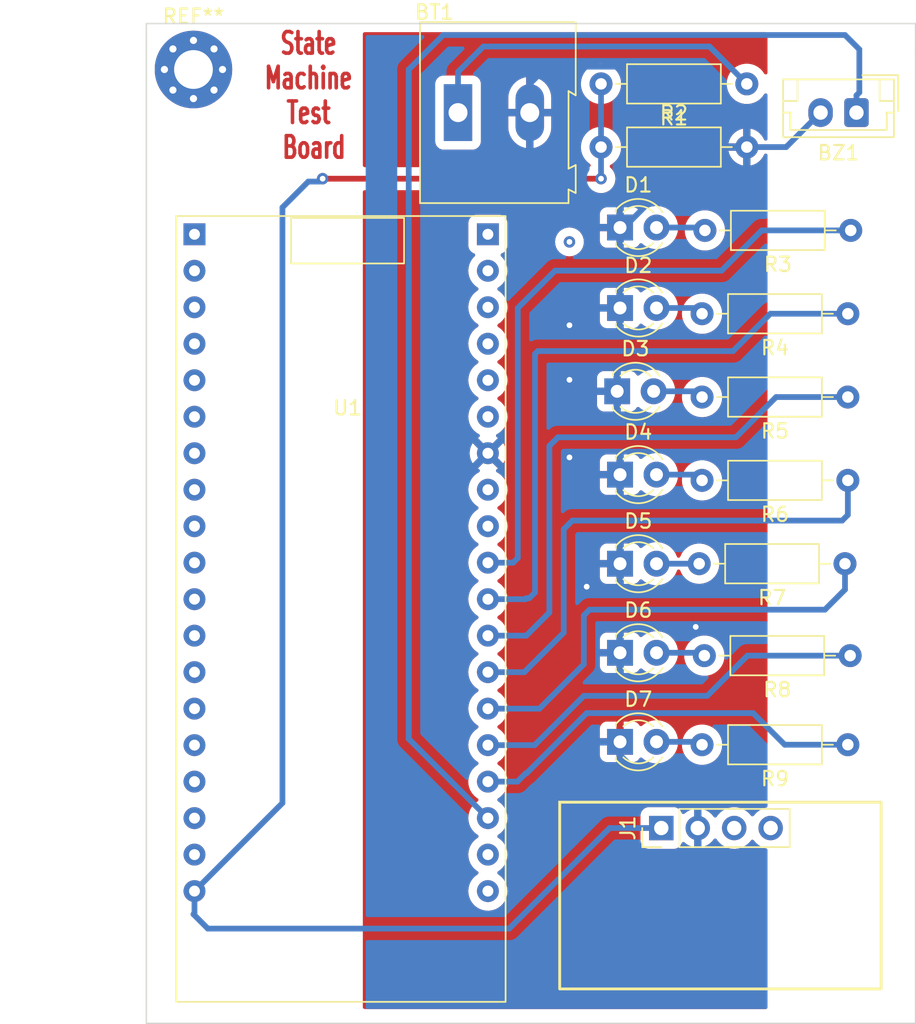
<source format=kicad_pcb>
(kicad_pcb (version 20211014) (generator pcbnew)
  (layers (0 "F.Cu" signal) (31 "B.Cu" signal) (34 "B.Paste" user) (35 "F.Paste" user) (36 "B.SilkS" user "B.Silkscreen") (37 "F.SilkS" user "F.Silkscreen") (38 "B.Mask" user) (39 "F.Mask" user) (44 "Edge.Cuts" user))
  (net 0 "")
  (net 1 "Net-(BT1-Pad1)")
  (net 2 "GND")
  (net 3 "BUZZER")
  (net 4 "Net-(D1-Pad2)")
  (net 5 "Net-(D2-Pad2)")
  (net 6 "Net-(D3-Pad2)")
  (net 7 "Net-(D4-Pad2)")
  (net 8 "Net-(D5-Pad2)")
  (net 9 "Net-(D6-Pad2)")
  (net 10 "Net-(D7-Pad2)")
  (net 11 "5V")
  (net 12 "POST-FLIGHT")
  (net 13 "CHUTE-DESCENT")
  (net 14 "BALLISTIC-DESCENT")
  (net 15 "APOGEE")
  (net 16 "COASTING")
  (net 17 "POWERED-FLIGHT")
  (net 18 "PRE-FLIGHT")
  (net 47 "SCL")
  (net 48 "SDA")
  (footprint "Resistor_THT:R_Axial_DIN0207_L6.3mm_D2.5mm_P10.16mm_Horizontal" (layer "F.Cu") (at 172.4 101.6 180)
    (fp_text reference "R7" (at 5.08 -2.37) (layer "F.SilkS"))
    (fp_text value "220 Ohm")
    (fp_line (start 9.12 0) (end 8.35 0) (layer "F.SilkS") (width 0.12))
    (fp_line (start 8.35 -1.37) (end 1.81 -1.37) (layer "F.SilkS") (width 0.12))
    (fp_line (start 8.35 1.37) (end 8.35 -1.37) (layer "F.SilkS") (width 0.12))
    (fp_line (start 1.04 0) (end 1.81 0) (layer "F.SilkS") (width 0.12))
    (fp_line (start 1.81 -1.37) (end 1.81 1.37) (layer "F.SilkS") (width 0.12))
    (fp_line (start 1.81 1.37) (end 8.35 1.37) (layer "F.SilkS") (width 0.12))
    (pad "1" thru_hole circle (at 0 0 180) (size 1.6 1.6) (drill 0.8) (layers *.Cu *.Mask) (net 16 "COASTING"))
    (pad "2" thru_hole oval (at 10.16 0 180) (size 1.6 1.6) (drill 0.8) (layers *.Cu *.Mask) (net 8 "Net-(D5-Pad2)"))
  )
  (footprint "LED_THT:LED_D3.0mm" (layer "F.Cu") (at 156.725 101.6)
    (fp_text reference "D5" (at 1.27 -2.96) (layer "F.SilkS"))
    (fp_text value "LED")
    (fp_line (start -0.29 -1.236) (end -0.29 -1.08) (layer "F.SilkS") (width 0.12))
    (fp_line (start -0.29 1.08) (end -0.29 1.236) (layer "F.SilkS") (width 0.12))
    (fp_arc (start 2.942335 1.078608) (mid 1.366487 1.987659) (end -0.29 1.235516) (layer "F.SilkS") (width 0.12))
    (fp_arc (start 0.229039 -1.08) (mid 1.270117 -1.5) (end 2.31113 -1.079837) (layer "F.SilkS") (width 0.12))
    (fp_arc (start -0.29 -1.235516) (mid 1.366487 -1.987659) (end 2.942335 -1.078608) (layer "F.SilkS") (width 0.12))
    (fp_arc (start 2.31113 1.079837) (mid 1.270117 1.5) (end 0.229039 1.08) (layer "F.SilkS") (width 0.12))
    (pad "1" thru_hole rect (at 0 0) (size 1.8 1.8) (drill 0.9) (layers *.Cu *.Mask) (net 2 "GND"))
    (pad "2" thru_hole circle (at 2.54 0) (size 1.8 1.8) (drill 0.9) (layers *.Cu *.Mask) (net 8 "Net-(D5-Pad2)"))
  )
  (footprint "Resistor_THT:R_Axial_DIN0207_L6.3mm_D2.5mm_P10.16mm_Horizontal" (layer "F.Cu") (at 172.6 90 180)
    (fp_text reference "R5" (at 5.08 -2.37) (layer "F.SilkS"))
    (fp_text value "220 Ohm")
    (fp_line (start 1.04 0) (end 1.81 0) (layer "F.SilkS") (width 0.12))
    (fp_line (start 8.35 -1.37) (end 1.81 -1.37) (layer "F.SilkS") (width 0.12))
    (fp_line (start 8.35 1.37) (end 8.35 -1.37) (layer "F.SilkS") (width 0.12))
    (fp_line (start 1.81 1.37) (end 8.35 1.37) (layer "F.SilkS") (width 0.12))
    (fp_line (start 9.12 0) (end 8.35 0) (layer "F.SilkS") (width 0.12))
    (fp_line (start 1.81 -1.37) (end 1.81 1.37) (layer "F.SilkS") (width 0.12))
    (pad "1" thru_hole circle (at 0 0 180) (size 1.6 1.6) (drill 0.8) (layers *.Cu *.Mask) (net 14 "BALLISTIC-DESCENT"))
    (pad "2" thru_hole oval (at 10.16 0 180) (size 1.6 1.6) (drill 0.8) (layers *.Cu *.Mask) (net 6 "Net-(D3-Pad2)"))
  )
  (footprint "Connector_PinHeader_2.54mm:PinHeader_1x04_P2.54mm_Vertical" (layer "F.Cu") (at 159.6 120 90)
    (fp_text reference "J1" (at 0 -2.33 90) (layer "F.SilkS"))
    (fp_text value "SSD1306")
    (fp_line (start -1.33 -1.33) (end 0 -1.33) (layer "F.SilkS") (width 0.12))
    (fp_line (start -1.33 1.27) (end 1.33 1.27) (layer "F.SilkS") (width 0.12))
    (fp_line (start -1.33 1.27) (end -1.33 8.95) (layer "F.SilkS") (width 0.12))
    (fp_line (start 1.33 1.27) (end 1.33 8.95) (layer "F.SilkS") (width 0.12))
    (fp_line (start -1.33 0) (end -1.33 -1.33) (layer "F.SilkS") (width 0.12))
    (fp_line (start -1.33 8.95) (end 1.33 8.95) (layer "F.SilkS") (width 0.12))
    (pad "1" thru_hole rect (at 0 0 90) (size 1.7 1.7) (drill 1) (layers *.Cu *.Mask) (net 11 "5V"))
    (pad "2" thru_hole oval (at 0 2.54 90) (size 1.7 1.7) (drill 1) (layers *.Cu *.Mask) (net 2 "GND"))
    (pad "3" thru_hole oval (at 0 5.08 90) (size 1.7 1.7) (drill 1) (layers *.Cu *.Mask) (net 47 "SCL"))
    (pad "4" thru_hole oval (at 0 7.62 90) (size 1.7 1.7) (drill 1) (layers *.Cu *.Mask) (net 48 "SDA"))
  )
  (footprint "LED_THT:LED_D3.0mm" (layer "F.Cu") (at 156.725 114)
    (fp_text reference "D7" (at 1.27 -2.96) (layer "F.SilkS"))
    (fp_text value "LED")
    (fp_line (start -0.29 1.08) (end -0.29 1.236) (layer "F.SilkS") (width 0.12))
    (fp_line (start -0.29 -1.236) (end -0.29 -1.08) (layer "F.SilkS") (width 0.12))
    (fp_arc (start 2.942335 1.078608) (mid 1.366487 1.987659) (end -0.29 1.235516) (layer "F.SilkS") (width 0.12))
    (fp_arc (start 2.31113 1.079837) (mid 1.270117 1.5) (end 0.229039 1.08) (layer "F.SilkS") (width 0.12))
    (fp_arc (start 0.229039 -1.08) (mid 1.270117 -1.5) (end 2.31113 -1.079837) (layer "F.SilkS") (width 0.12))
    (fp_arc (start -0.29 -1.235516) (mid 1.366487 -1.987659) (end 2.942335 -1.078608) (layer "F.SilkS") (width 0.12))
    (pad "1" thru_hole rect (at 0 0) (size 1.8 1.8) (drill 0.9) (layers *.Cu *.Mask) (net 2 "GND"))
    (pad "2" thru_hole circle (at 2.54 0) (size 1.8 1.8) (drill 0.9) (layers *.Cu *.Mask) (net 10 "Net-(D7-Pad2)"))
  )
  (footprint "LED_THT:LED_D3.0mm" (layer "F.Cu") (at 156.725 107.8)
    (fp_text reference "D6" (at 1.27 -2.96) (layer "F.SilkS"))
    (fp_text value "LED")
    (fp_line (start -0.29 1.08) (end -0.29 1.236) (layer "F.SilkS") (width 0.12))
    (fp_line (start -0.29 -1.236) (end -0.29 -1.08) (layer "F.SilkS") (width 0.12))
    (fp_arc (start 0.229039 -1.08) (mid 1.270117 -1.5) (end 2.31113 -1.079837) (layer "F.SilkS") (width 0.12))
    (fp_arc (start -0.29 -1.235516) (mid 1.366487 -1.987659) (end 2.942335 -1.078608) (layer "F.SilkS") (width 0.12))
    (fp_arc (start 2.942335 1.078608) (mid 1.366487 1.987659) (end -0.29 1.235516) (layer "F.SilkS") (width 0.12))
    (fp_arc (start 2.31113 1.079837) (mid 1.270117 1.5) (end 0.229039 1.08) (layer "F.SilkS") (width 0.12))
    (pad "1" thru_hole rect (at 0 0) (size 1.8 1.8) (drill 0.9) (layers *.Cu *.Mask) (net 2 "GND"))
    (pad "2" thru_hole circle (at 2.54 0) (size 1.8 1.8) (drill 0.9) (layers *.Cu *.Mask) (net 9 "Net-(D6-Pad2)"))
  )
  (footprint "LED_THT:LED_D3.0mm" (layer "F.Cu") (at 156.725 83.8)
    (fp_text reference "D2" (at 1.27 -2.96) (layer "F.SilkS"))
    (fp_text value "LED")
    (fp_line (start -0.29 -1.236) (end -0.29 -1.08) (layer "F.SilkS") (width 0.12))
    (fp_line (start -0.29 1.08) (end -0.29 1.236) (layer "F.SilkS") (width 0.12))
    (fp_arc (start -0.29 -1.235516) (mid 1.366487 -1.987659) (end 2.942335 -1.078608) (layer "F.SilkS") (width 0.12))
    (fp_arc (start 2.942335 1.078608) (mid 1.366487 1.987659) (end -0.29 1.235516) (layer "F.SilkS") (width 0.12))
    (fp_arc (start 2.31113 1.079837) (mid 1.270117 1.5) (end 0.229039 1.08) (layer "F.SilkS") (width 0.12))
    (fp_arc (start 0.229039 -1.08) (mid 1.270117 -1.5) (end 2.31113 -1.079837) (layer "F.SilkS") (width 0.12))
    (pad "1" thru_hole rect (at 0 0) (size 1.8 1.8) (drill 0.9) (layers *.Cu *.Mask) (net 2 "GND"))
    (pad "2" thru_hole circle (at 2.54 0) (size 1.8 1.8) (drill 0.9) (layers *.Cu *.Mask) (net 5 "Net-(D2-Pad2)"))
  )
  (footprint "Resistor_THT:R_Axial_DIN0207_L6.3mm_D2.5mm_P10.16mm_Horizontal" (layer "F.Cu") (at 172.6 84.2 180)
    (fp_text reference "R4" (at 5.08 -2.37) (layer "F.SilkS"))
    (fp_text value "220 Ohm")
    (fp_line (start 1.81 -1.37) (end 1.81 1.37) (layer "F.SilkS") (width 0.12))
    (fp_line (start 1.81 1.37) (end 8.35 1.37) (layer "F.SilkS") (width 0.12))
    (fp_line (start 1.04 0) (end 1.81 0) (layer "F.SilkS") (width 0.12))
    (fp_line (start 8.35 1.37) (end 8.35 -1.37) (layer "F.SilkS") (width 0.12))
    (fp_line (start 8.35 -1.37) (end 1.81 -1.37) (layer "F.SilkS") (width 0.12))
    (fp_line (start 9.12 0) (end 8.35 0) (layer "F.SilkS") (width 0.12))
    (pad "1" thru_hole circle (at 0 0 180) (size 1.6 1.6) (drill 0.8) (layers *.Cu *.Mask) (net 13 "CHUTE-DESCENT"))
    (pad "2" thru_hole oval (at 10.16 0 180) (size 1.6 1.6) (drill 0.8) (layers *.Cu *.Mask) (net 5 "Net-(D2-Pad2)"))
  )
  (footprint "LED_THT:LED_D3.0mm" (layer "F.Cu") (at 156.525 89.6)
    (fp_text reference "D3" (at 1.27 -2.96) (layer "F.SilkS"))
    (fp_text value "LED")
    (fp_line (start -0.29 -1.236) (end -0.29 -1.08) (layer "F.SilkS") (width 0.12))
    (fp_line (start -0.29 1.08) (end -0.29 1.236) (layer "F.SilkS") (width 0.12))
    (fp_arc (start 2.942335 1.078608) (mid 1.366487 1.987659) (end -0.29 1.235516) (layer "F.SilkS") (width 0.12))
    (fp_arc (start 2.31113 1.079837) (mid 1.270117 1.5) (end 0.229039 1.08) (layer "F.SilkS") (width 0.12))
    (fp_arc (start -0.29 -1.235516) (mid 1.366487 -1.987659) (end 2.942335 -1.078608) (layer "F.SilkS") (width 0.12))
    (fp_arc (start 0.229039 -1.08) (mid 1.270117 -1.5) (end 2.31113 -1.079837) (layer "F.SilkS") (width 0.12))
    (pad "1" thru_hole rect (at 0 0) (size 1.8 1.8) (drill 0.9) (layers *.Cu *.Mask) (net 2 "GND"))
    (pad "2" thru_hole circle (at 2.54 0) (size 1.8 1.8) (drill 0.9) (layers *.Cu *.Mask) (net 6 "Net-(D3-Pad2)"))
  )
  (footprint "Resistor_THT:R_Axial_DIN0207_L6.3mm_D2.5mm_P10.16mm_Horizontal" (layer "F.Cu") (at 172.76 108 180)
    (fp_text reference "R8" (at 5.08 -2.37) (layer "F.SilkS"))
    (fp_text value "220 Ohm")
    (fp_line (start 1.04 0) (end 1.81 0) (layer "F.SilkS") (width 0.12))
    (fp_line (start 1.81 -1.37) (end 1.81 1.37) (layer "F.SilkS") (width 0.12))
    (fp_line (start 8.35 1.37) (end 8.35 -1.37) (layer "F.SilkS") (width 0.12))
    (fp_line (start 1.81 1.37) (end 8.35 1.37) (layer "F.SilkS") (width 0.12))
    (fp_line (start 9.12 0) (end 8.35 0) (layer "F.SilkS") (width 0.12))
    (fp_line (start 8.35 -1.37) (end 1.81 -1.37) (layer "F.SilkS") (width 0.12))
    (pad "1" thru_hole circle (at 0 0 180) (size 1.6 1.6) (drill 0.8) (layers *.Cu *.Mask) (net 17 "POWERED-FLIGHT"))
    (pad "2" thru_hole oval (at 10.16 0 180) (size 1.6 1.6) (drill 0.8) (layers *.Cu *.Mask) (net 9 "Net-(D6-Pad2)"))
  )
  (footprint "Resistor_THT:R_Axial_DIN0207_L6.3mm_D2.5mm_P10.16mm_Horizontal" (layer "F.Cu") (at 155.4 72.6)
    (fp_text reference "R2" (at 5.08 -2.37) (layer "F.SilkS"))
    (fp_text value "2k")
    (fp_line (start 8.35 1.37) (end 8.35 -1.37) (layer "F.SilkS") (width 0.12))
    (fp_line (start 1.81 -1.37) (end 1.81 1.37) (layer "F.SilkS") (width 0.12))
    (fp_line (start 1.81 1.37) (end 8.35 1.37) (layer "F.SilkS") (width 0.12))
    (fp_line (start 1.04 0) (end 1.81 0) (layer "F.SilkS") (width 0.12))
    (fp_line (start 8.35 -1.37) (end 1.81 -1.37) (layer "F.SilkS") (width 0.12))
    (fp_line (start 9.12 0) (end 8.35 0) (layer "F.SilkS") (width 0.12))
    (pad "1" thru_hole circle (at 0 0) (size 1.6 1.6) (drill 0.8) (layers *.Cu *.Mask) (net 11 "5V"))
    (pad "2" thru_hole oval (at 10.16 0) (size 1.6 1.6) (drill 0.8) (layers *.Cu *.Mask) (net 2 "GND"))
  )
  (footprint "Connector_JST:JST_EH_B2B-EH-A_1x02_P2.50mm_Vertical" (layer "F.Cu") (at 173.2 70.2 180)
    (fp_text reference "BZ1" (at 1.25 -2.8) (layer "F.SilkS"))
    (fp_text value "Buzzer")
    (fp_line (start 4.61 0) (end 5.11 0) (layer "F.SilkS") (width 0.12))
    (fp_line (start -2.11 0) (end -2.11 -1.21) (layer "F.SilkS") (width 0.12))
    (fp_line (start -2.61 0) (end -2.11 0) (layer "F.SilkS") (width 0.12))
    (fp_line (start -2.91 2.61) (end -0.41 2.61) (layer "F.SilkS") (width 0.12))
    (fp_line (start 5.11 2.31) (end 5.11 -1.71) (layer "F.SilkS") (width 0.12))
    (fp_line (start -2.91 0.11) (end -2.91 2.61) (layer "F.SilkS") (width 0.12))
    (fp_line (start 5.11 -1.71) (end -2.61 -1.71) (layer "F.SilkS") (width 0.12))
    (fp_line (start 4.11 0.81) (end 4.11 2.31) (layer "F.SilkS") (width 0.12))
    (fp_line (start -2.11 -1.21) (end 4.61 -1.21) (layer "F.SilkS") (width 0.12))
    (fp_line (start -2.61 2.31) (end 5.11 2.31) (layer "F.SilkS") (width 0.12))
    (fp_line (start -2.61 -1.71) (end -2.61 2.31) (layer "F.SilkS") (width 0.12))
    (fp_line (start 4.61 -1.21) (end 4.61 0) (layer "F.SilkS") (width 0.12))
    (fp_line (start 5.11 0.81) (end 4.11 0.81) (layer "F.SilkS") (width 0.12))
    (fp_line (start -2.61 0.81) (end -1.61 0.81) (layer "F.SilkS") (width 0.12))
    (fp_line (start -1.61 0.81) (end -1.61 2.31) (layer "F.SilkS") (width 0.12))
    (pad "1" thru_hole roundrect (at 0 0 180) (size 1.7 2) (drill 1) (layers *.Cu *.Mask) (roundrect_rratio 0.147059) (net 3 "BUZZER"))
    (pad "2" thru_hole oval (at 2.5 0 180) (size 1.7 2) (drill 1) (layers *.Cu *.Mask) (net 2 "GND"))
  )
  (footprint "MountingHole:MountingHole_2.7mm_M2.5_Pad_Via" (layer "F.Cu") (at 127 67.2)
    (fp_text reference "REF**" (at 0 -3.7) (layer "F.SilkS"))
    (fp_text value "MountingHole_2.7mm_M2.5_Pad_Via")
    (pad "1" thru_hole circle (at 1.431891 1.431891) (size 0.8 0.8) (drill 0.5) (layers *.Cu *.Mask))
    (pad "1" thru_hole circle (at -1.431891 -1.431891) (size 0.8 0.8) (drill 0.5) (layers *.Cu *.Mask))
    (pad "1" thru_hole circle (at -2.025 0) (size 0.8 0.8) (drill 0.5) (layers *.Cu *.Mask))
    (pad "1" thru_hole circle (at 0 2.025) (size 0.8 0.8) (drill 0.5) (layers *.Cu *.Mask))
    (pad "1" thru_hole circle (at 0 0) (size 5.4 5.4) (drill 2.7) (layers *.Cu *.Mask))
    (pad "1" thru_hole circle (at 1.431891 -1.431891) (size 0.8 0.8) (drill 0.5) (layers *.Cu *.Mask))
    (pad "1" thru_hole circle (at 2.025 0) (size 0.8 0.8) (drill 0.5) (layers *.Cu *.Mask))
    (pad "1" thru_hole circle (at 0 -2.025) (size 0.8 0.8) (drill 0.5) (layers *.Cu *.Mask))
    (pad "1" thru_hole circle (at -1.431891 1.431891) (size 0.8 0.8) (drill 0.5) (layers *.Cu *.Mask))
  )
  (footprint "Resistor_THT:R_Axial_DIN0207_L6.3mm_D2.5mm_P10.16mm_Horizontal" (layer "F.Cu") (at 172.6 95.8 180)
    (fp_text reference "R6" (at 5.08 -2.37) (layer "F.SilkS"))
    (fp_text value "220 Ohm")
    (fp_line (start 1.81 -1.37) (end 1.81 1.37) (layer "F.SilkS") (width 0.12))
    (fp_line (start 8.35 1.37) (end 8.35 -1.37) (layer "F.SilkS") (width 0.12))
    (fp_line (start 8.35 -1.37) (end 1.81 -1.37) (layer "F.SilkS") (width 0.12))
    (fp_line (start 1.81 1.37) (end 8.35 1.37) (layer "F.SilkS") (width 0.12))
    (fp_line (start 9.12 0) (end 8.35 0) (layer "F.SilkS") (width 0.12))
    (fp_line (start 1.04 0) (end 1.81 0) (layer "F.SilkS") (width 0.12))
    (pad "1" thru_hole circle (at 0 0 180) (size 1.6 1.6) (drill 0.8) (layers *.Cu *.Mask) (net 15 "APOGEE"))
    (pad "2" thru_hole oval (at 10.16 0 180) (size 1.6 1.6) (drill 0.8) (layers *.Cu *.Mask) (net 7 "Net-(D4-Pad2)"))
  )
  (footprint "custom-footprints:NODEMCU" (layer "F.Cu") (at 125.8 77.4)
    (fp_text reference "U1" (at 11.938 13.359 unlocked) (layer "F.SilkS"))
    (fp_text value "NodeMCU")
    (fp_rect (start 8.001 0.127) (end 15.875 3.302) (layer "F.SilkS") (width 0.12) (fill none))
    (fp_rect (start 0 0) (end 22.95 54.7) (layer "F.SilkS") (width 0.12) (fill none))
    (pad "1" thru_hole circle (at 1.27 34.29) (size 1.524 1.524) (drill 0.762) (layers *.Cu *.Mask))
    (pad "2" thru_hole rect (at 1.27 1.27) (size 1.524 1.524) (drill oval 0.762) (layers *.Cu *.Mask))
    (pad "3" thru_hole circle (at 1.27 3.81) (size 1.524 1.524) (drill 0.762) (layers *.Cu *.Mask))
    (pad "4" thru_hole circle (at 1.27 6.35) (size 1.524 1.524) (drill 0.762) (layers *.Cu *.Mask))
    (pad "5" thru_hole circle (at 1.27 8.89) (size 1.524 1.524) (drill 0.762) (layers *.Cu *.Mask))
    (pad "5V" thru_hole circle (at 1.27 46.99) (size 1.524 1.524) (drill 0.762) (layers *.Cu *.Mask) (net 11 "5V"))
    (pad "6" thru_hole circle (at 1.27 11.43) (size 1.524 1.524) (drill 0.762) (layers *.Cu *.Mask))
    (pad "7" thru_hole circle (at 1.27 13.97) (size 1.524 1.524) (drill 0.762) (layers *.Cu *.Mask))
    (pad "8" thru_hole circle (at 1.27 16.51) (size 1.524 1.524) (drill 0.762) (layers *.Cu *.Mask))
    (pad "9" thru_hole circle (at 1.27 19.05) (size 1.524 1.524) (drill 0.762) (layers *.Cu *.Mask))
    (pad "10" thru_hole circle (at 1.27 21.59) (size 1.524 1.524) (drill 0.762) (layers *.Cu *.Mask))
    (pad "11" thru_hole circle (at 1.27 24.13) (size 1.524 1.524) (drill 0.762) (layers *.Cu *.Mask))
    (pad "12" thru_hole circle (at 1.27 26.67) (size 1.524 1.524) (drill 0.762) (layers *.Cu *.Mask))
    (pad "13" thru_hole circle (at 1.27 29.21) (size 1.524 1.524) (drill 0.762) (layers *.Cu *.Mask))
    (pad "14" thru_hole circle (at 1.27 31.75) (size 1.524 1.524) (drill 0.762) (layers *.Cu *.Mask))
    (pad "16" thru_hole circle (at 1.27 36.83) (size 1.524 1.524) (drill 0.762) (layers *.Cu *.Mask))
    (pad "17" thru_hole circle (at 1.27 39.37) (size 1.524 1.524) (drill 0.762) (layers *.Cu *.Mask))
    (pad "18" thru_hole circle (at 1.27 41.91) (size 1.524 1.524) (drill 0.762) (layers *.Cu *.Mask))
    (pad "19" thru_hole circle (at 1.27 44.45) (size 1.524 1.524) (drill 0.762) (layers *.Cu *.Mask))
    (pad "20" thru_hole circle (at 21.717 46.99) (size 1.524 1.524) (drill 0.762) (layers *.Cu *.Mask))
    (pad "21" thru_hole circle (at 21.717 44.45) (size 1.524 1.524) (drill 0.762) (layers *.Cu *.Mask))
    (pad "22" thru_hole circle (at 21.717 41.91) (size 1.524 1.524) (drill 0.762) (layers *.Cu *.Mask) (net 3 "BUZZER"))
    (pad "23" thru_hole circle (at 21.717 39.37) (size 1.524 1.524) (drill 0.762) (layers *.Cu *.Mask) (net 18 "PRE-FLIGHT"))
    (pad "24" thru_hole circle (at 21.717 36.83) (size 1.524 1.524) (drill 0.762) (layers *.Cu *.Mask) (net 17 "POWERED-FLIGHT"))
    (pad "25" thru_hole circle (at 21.717 34.29) (size 1.524 1.524) (drill 0.762) (layers *.Cu *.Mask) (net 16 "COASTING"))
    (pad "26" thru_hole circle (at 21.717 31.75) (size 1.524 1.524) (drill 0.762) (layers *.Cu *.Mask) (net 15 "APOGEE"))
    (pad "27" thru_hole circle (at 21.717 29.21) (size 1.524 1.524) (drill 0.762) (layers *.Cu *.Mask) (net 14 "BALLISTIC-DESCENT"))
    (pad "28" thru_hole circle (at 21.717 26.67) (size 1.524 1.524) (drill 0.762) (layers *.Cu *.Mask) (net 13 "CHUTE-DESCENT"))
    (pad "29" thru_hole circle (at 21.717 24.13) (size 1.524 1.524) (drill 0.762) (layers *.Cu *.Mask) (net 12 "POST-FLIGHT"))
    (pad "30" thru_hole circle (at 21.717 21.59) (size 1.524 1.524) (drill 0.762) (layers *.Cu *.Mask))
    (pad "31" thru_hole circle (at 21.717 19.05) (size 1.524 1.524) (drill 0.762) (layers *.Cu *.Mask))
    (pad "32" thru_hole circle (at 21.717 16.51) (size 1.524 1.524) (drill 0.762) (layers *.Cu *.Mask) (net 2 "GND"))
    (pad "33" thru_hole circle (at 21.717 13.97) (size 1.524 1.524) (drill 0.762) (layers *.Cu *.Mask))
    (pad "34" thru_hole circle (at 21.717 11.43) (size 1.524 1.524) (drill 0.762) (layers *.Cu *.Mask))
    (pad "35" thru_hole circle (at 21.717 8.89) (size 1.524 1.524) (drill 0.762) (layers *.Cu *.Mask))
    (pad "36" thru_hole circle (at 21.717 6.35) (size 1.524 1.524) (drill 0.762) (layers *.Cu *.Mask))
    (pad "37" thru_hole circle (at 21.717 3.81) (size 1.524 1.524) (drill 0.762) (layers *.Cu *.Mask))
    (pad "38" thru_hole rect (at 21.717 1.27) (size 1.524 1.524) (drill 0.762) (layers *.Cu *.Mask))
  )
  (footprint "TerminalBlock:TerminalBlock_Altech_AK300-2_P5.00mm" (layer "F.Cu") (at 145.435 70.2)
    (fp_text reference "BT1" (at -1.64 -6.99) (layer "F.SilkS"))
    (fp_text value "7.4 V")
    (fp_line (start 8.2 -1.2) (end 8.2 -6.3) (layer "F.SilkS") (width 0.12))
    (fp_line (start 8.2 -6.3) (end -2.65 -6.3) (layer "F.SilkS") (width 0.12))
    (fp_line (start 7.7 -1.5) (end 8.2 -1.2) (layer "F.SilkS") (width 0.12))
    (fp_line (start 8.2 5.6) (end 8.2 3.7) (layer "F.SilkS") (width 0.12))
    (fp_line (start 7.7 5.35) (end 8.2 5.6) (layer "F.SilkS") (width 0.12))
    (fp_line (start -2.65 -6.3) (end -2.65 6.3) (layer "F.SilkS") (width 0.12))
    (fp_line (start 8.2 3.65) (end 7.7 3.9) (layer "F.SilkS") (width 0.12))
    (fp_line (start 8.2 3.7) (end 8.2 3.65) (layer "F.SilkS") (width 0.12))
    (fp_line (start -2.65 6.3) (end 7.7 6.3) (layer "F.SilkS") (width 0.12))
    (fp_line (start 7.7 3.9) (end 7.7 -1.5) (layer "F.SilkS") (width 0.12))
    (fp_line (start 7.7 6.3) (end 7.7 5.35) (layer "F.SilkS") (width 0.12))
    (pad "1" thru_hole rect (at 0 0) (size 1.98 3.96) (drill 1.32) (layers *.Cu *.Mask) (net 1 "Net-(BT1-Pad1)"))
    (pad "2" thru_hole oval (at 5 0) (size 1.98 3.96) (drill 1.32) (layers *.Cu *.Mask) (net 2 "GND"))
  )
  (footprint "Resistor_THT:R_Axial_DIN0207_L6.3mm_D2.5mm_P10.16mm_Horizontal" (layer "F.Cu") (at 172.8 78.4 180)
    (fp_text reference "R3" (at 5.08 -2.37) (layer "F.SilkS"))
    (fp_text value "220 Ohm")
    (fp_line (start 9.12 0) (end 8.35 0) (layer "F.SilkS") (width 0.12))
    (fp_line (start 1.81 -1.37) (end 1.81 1.37) (layer "F.SilkS") (width 0.12))
    (fp_line (start 1.04 0) (end 1.81 0) (layer "F.SilkS") (width 0.12))
    (fp_line (start 1.81 1.37) (end 8.35 1.37) (layer "F.SilkS") (width 0.12))
    (fp_line (start 8.35 1.37) (end 8.35 -1.37) (layer "F.SilkS") (width 0.12))
    (fp_line (start 8.35 -1.37) (end 1.81 -1.37) (layer "F.SilkS") (width 0.12))
    (pad "1" thru_hole circle (at 0 0 180) (size 1.6 1.6) (drill 0.8) (layers *.Cu *.Mask) (net 12 "POST-FLIGHT"))
    (pad "2" thru_hole oval (at 10.16 0 180) (size 1.6 1.6) (drill 0.8) (layers *.Cu *.Mask) (net 4 "Net-(D1-Pad2)"))
  )
  (footprint "LED_THT:LED_D3.0mm" (layer "F.Cu") (at 156.725 78.2)
    (fp_text reference "D1" (at 1.27 -2.96) (layer "F.SilkS"))
    (fp_text value "LED")
    (fp_line (start -0.29 1.08) (end -0.29 1.236) (layer "F.SilkS") (width 0.12))
    (fp_line (start -0.29 -1.236) (end -0.29 -1.08) (layer "F.SilkS") (width 0.12))
    (fp_arc (start -0.29 -1.235516) (mid 1.366487 -1.987659) (end 2.942335 -1.078608) (layer "F.SilkS") (width 0.12))
    (fp_arc (start 2.942335 1.078608) (mid 1.366487 1.987659) (end -0.29 1.235516) (layer "F.SilkS") (width 0.12))
    (fp_arc (start 0.229039 -1.08) (mid 1.270117 -1.5) (end 2.31113 -1.079837) (layer "F.SilkS") (width 0.12))
    (fp_arc (start 2.31113 1.079837) (mid 1.270117 1.5) (end 0.229039 1.08) (layer "F.SilkS") (width 0.12))
    (pad "1" thru_hole rect (at 0 0) (size 1.8 1.8) (drill 0.9) (layers *.Cu *.Mask) (net 2 "GND"))
    (pad "2" thru_hole circle (at 2.54 0) (size 1.8 1.8) (drill 0.9) (layers *.Cu *.Mask) (net 4 "Net-(D1-Pad2)"))
  )
  (footprint "Resistor_THT:R_Axial_DIN0207_L6.3mm_D2.5mm_P10.16mm_Horizontal" (layer "F.Cu") (at 165.56 68.2 180)
    (fp_text reference "R1" (at 5.08 -2.37) (layer "F.SilkS"))
    (fp_text value "1k")
    (fp_line (start 1.81 1.37) (end 8.35 1.37) (layer "F.SilkS") (width 0.12))
    (fp_line (start 8.35 -1.37) (end 1.81 -1.37) (layer "F.SilkS") (width 0.12))
    (fp_line (start 8.35 1.37) (end 8.35 -1.37) (layer "F.SilkS") (width 0.12))
    (fp_line (start 1.04 0) (end 1.81 0) (layer "F.SilkS") (width 0.12))
    (fp_line (start 9.12 0) (end 8.35 0) (layer "F.SilkS") (width 0.12))
    (fp_line (start 1.81 -1.37) (end 1.81 1.37) (layer "F.SilkS") (width 0.12))
    (pad "1" thru_hole circle (at 0 0 180) (size 1.6 1.6) (drill 0.8) (layers *.Cu *.Mask) (net 1 "Net-(BT1-Pad1)"))
    (pad "2" thru_hole oval (at 10.16 0 180) (size 1.6 1.6) (drill 0.8) (layers *.Cu *.Mask) (net 11 "5V"))
  )
  (footprint "LED_THT:LED_D3.0mm" (layer "F.Cu") (at 156.725 95.4)
    (fp_text reference "D4" (at 1.27 -2.96) (layer "F.SilkS"))
    (fp_text value "LED")
    (fp_line (start -0.29 1.08) (end -0.29 1.236) (layer "F.SilkS") (width 0.12))
    (fp_line (start -0.29 -1.236) (end -0.29 -1.08) (layer "F.SilkS") (width 0.12))
    (fp_arc (start 0.229039 -1.08) (mid 1.270117 -1.5) (end 2.31113 -1.079837) (layer "F.SilkS") (width 0.12))
    (fp_arc (start 2.31113 1.079837) (mid 1.270117 1.5) (end 0.229039 1.08) (layer "F.SilkS") (width 0.12))
    (fp_arc (start 2.942335 1.078608) (mid 1.366487 1.987659) (end -0.29 1.235516) (layer "F.SilkS") (width 0.12))
    (fp_arc (start -0.29 -1.235516) (mid 1.366487 -1.987659) (end 2.942335 -1.078608) (layer "F.SilkS") (width 0.12))
    (pad "1" thru_hole rect (at 0 0) (size 1.8 1.8) (drill 0.9) (layers *.Cu *.Mask) (net 2 "GND"))
    (pad "2" thru_hole circle (at 2.54 0) (size 1.8 1.8) (drill 0.9) (layers *.Cu *.Mask) (net 7 "Net-(D4-Pad2)"))
  )
  (footprint "Resistor_THT:R_Axial_DIN0207_L6.3mm_D2.5mm_P10.16mm_Horizontal" (layer "F.Cu") (at 172.6 114.2 180)
    (fp_text reference "R9" (at 5.08 -2.37) (layer "F.SilkS"))
    (fp_text value "220 Ohm")
    (fp_line (start 1.04 0) (end 1.81 0) (layer "F.SilkS") (width 0.12))
    (fp_line (start 8.35 1.37) (end 8.35 -1.37) (layer "F.SilkS") (width 0.12))
    (fp_line (start 8.35 -1.37) (end 1.81 -1.37) (layer "F.SilkS") (width 0.12))
    (fp_line (start 9.12 0) (end 8.35 0) (layer "F.SilkS") (width 0.12))
    (fp_line (start 1.81 1.37) (end 8.35 1.37) (layer "F.SilkS") (width 0.12))
    (fp_line (start 1.81 -1.37) (end 1.81 1.37) (layer "F.SilkS") (width 0.12))
    (pad "1" thru_hole circle (at 0 0 180) (size 1.6 1.6) (drill 0.8) (layers *.Cu *.Mask) (net 18 "PRE-FLIGHT"))
    (pad "2" thru_hole oval (at 10.16 0 180) (size 1.6 1.6) (drill 0.8) (layers *.Cu *.Mask) (net 10 "Net-(D7-Pad2)"))
  )
  (gr_rect (start 152.52 118.2) (end 174.92 131.2) (layer "F.SilkS") (width 0.2) (fill none))
  (gr_line (start 177.32 65.8) (end 177.32 64) (layer "Edge.Cuts") (width 0.1))
  (gr_line (start 123.72 64) (end 177.32 64) (layer "Edge.Cuts") (width 0.1))
  (gr_line (start 123.72 132.6) (end 123.72 133.6) (layer "Edge.Cuts") (width 0.1))
  (gr_line (start 123.72 132.6) (end 123.72 67) (layer "Edge.Cuts") (width 0.1))
  (gr_line (start 177.32 66.8) (end 177.32 132.4) (layer "Edge.Cuts") (width 0.1))
  (gr_line (start 177.32 65.8) (end 177.32 66.8) (layer "Edge.Cuts") (width 0.1))
  (gr_line (start 123.72 65.8) (end 123.72 67) (layer "Edge.Cuts") (width 0.1))
  (gr_line (start 177.32 133.6) (end 177.32 132.4) (layer "Edge.Cuts") (width 0.1))
  (gr_line (start 123.72 133.6) (end 177.32 133.6) (layer "Edge.Cuts") (width 0.1))
  (gr_line (start 123.72 65.8) (end 123.72 64.2) (layer "Edge.Cuts") (width 0.1))
  (gr_line (start 123.72 64.2) (end 123.72 64) (layer "Edge.Cuts") (width 0.1))
  (gr_text "State \nMachine \nTest \nBoard" (at 135.4 69) (layer "F.Cu") (effects (font (size 1.5 1) (thickness 0.25))))
  (via (at 153.2 79.2) (size 0.8) (drill 0.4) (layers "F.Cu" "B.Cu") (net 0))
  (segment (start 145.435 70.2) (end 145.435 67.365) (width 0.4) (layer "B.Cu") (net 1))
  (segment (start 145.435 67.365) (end 147.2 65.6) (width 0.4) (layer "B.Cu") (net 1))
  (segment (start 147.2 65.6) (end 162.96 65.6) (width 0.4) (layer "B.Cu") (net 1))
  (segment (start 162.96 65.6) (end 165.56 68.2) (width 0.4) (layer "B.Cu") (net 1))
  (via (at 153.2 88.8) (size 0.8) (drill 0.4) (layers "F.Cu" "B.Cu") (net 2))
  (via (at 153.2 94.2) (size 0.8) (drill 0.4) (layers "F.Cu" "B.Cu") (net 2))
  (via (at 154.4 103.2) (size 0.8) (drill 0.4) (layers "F.Cu" "B.Cu") (net 2))
  (via (at 153.2 85) (size 0.8) (drill 0.4) (layers "F.Cu" "B.Cu") (net 2))
  (via (at 162 106) (size 0.8) (drill 0.4) (layers "F.Cu" "B.Cu") (net 2))
  (segment (start 163.8 72.6) (end 165.56 72.6) (width 0.4) (layer "B.Cu") (net 2))
  (segment (start 156.725 114) (end 156.725 114.925) (width 0.4) (layer "B.Cu") (net 2))
  (segment (start 157 78.2) (end 163.2 72) (width 0.4) (layer "B.Cu") (net 2))
  (segment (start 168.3 72.6) (end 170.7 70.2) (width 0.4) (layer "B.Cu") (net 2))
  (segment (start 162.6 67) (end 163.2 67.6) (width 0.4) (layer "B.Cu") (net 2))
  (segment (start 156.725 78.2) (end 157 78.2) (width 0.4) (layer "B.Cu") (net 2))
  (segment (start 163.2 72) (end 163.8 72.6) (width 0.4) (layer "B.Cu") (net 2))
  (segment (start 161 117.4) (end 162.14 118.54) (width 0.4) (layer "B.Cu") (net 2))
  (segment (start 156.725 114.925) (end 159.2 117.4) (width 0.4) (layer "B.Cu") (net 2))
  (segment (start 151.635 67) (end 162.6 67) (width 0.4) (layer "B.Cu") (net 2))
  (segment (start 159.2 117.4) (end 161 117.4) (width 0.4) (layer "B.Cu") (net 2))
  (segment (start 150.435 70.2) (end 150.435 68.2) (width 0.4) (layer "B.Cu") (net 2))
  (segment (start 165.56 72.6) (end 168.3 72.6) (width 0.4) (layer "B.Cu") (net 2))
  (segment (start 162.14 118.54) (end 162.14 120) (width 0.4) (layer "B.Cu") (net 2))
  (segment (start 163.2 67.6) (end 163.2 72) (width 0.4) (layer "B.Cu") (net 2))
  (segment (start 150.435 68.2) (end 151.635 67) (width 0.4) (layer "B.Cu") (net 2))
  (segment (start 147.517 119.31) (end 142 113.793) (width 0.4) (layer "B.Cu") (net 3))
  (segment (start 172.4 64.8) (end 173.4 65.8) (width 0.4) (layer "B.Cu") (net 3))
  (segment (start 144.4 64.8) (end 172.4 64.8) (width 0.4) (layer "B.Cu") (net 3))
  (segment (start 173.4 68.8) (end 173.2 69) (width 0.4) (layer "B.Cu") (net 3))
  (segment (start 142 67.2) (end 144.4 64.8) (width 0.4) (layer "B.Cu") (net 3))
  (segment (start 142 113.793) (end 142 67.2) (width 0.4) (layer "B.Cu") (net 3))
  (segment (start 173.2 69) (end 173.2 70.2) (width 0.4) (layer "B.Cu") (net 3))
  (segment (start 173.4 65.8) (end 173.4 68.8) (width 0.4) (layer "B.Cu") (net 3))
  (segment (start 162.44 78.2) (end 162.64 78.4) (width 0.4) (layer "B.Cu") (net 4))
  (segment (start 159.265 78.2) (end 162.44 78.2) (width 0.4) (layer "B.Cu") (net 4))
  (segment (start 162.04 83.8) (end 162.44 84.2) (width 0.4) (layer "B.Cu") (net 5))
  (segment (start 159.265 83.8) (end 162.04 83.8) (width 0.4) (layer "B.Cu") (net 5))
  (segment (start 159.065 89.6) (end 162.04 89.6) (width 0.4) (layer "B.Cu") (net 6))
  (segment (start 162.04 89.6) (end 162.44 90) (width 0.4) (layer "B.Cu") (net 6))
  (segment (start 162.04 95.4) (end 162.44 95.8) (width 0.4) (layer "B.Cu") (net 7))
  (segment (start 159.265 95.4) (end 162.04 95.4) (width 0.4) (layer "B.Cu") (net 7))
  (segment (start 159.265 101.6) (end 162.24 101.6) (width 0.4) (layer "B.Cu") (net 8))
  (segment (start 162.4 107.8) (end 162.6 108) (width 0.4) (layer "B.Cu") (net 9))
  (segment (start 159.265 107.8) (end 162.4 107.8) (width 0.4) (layer "B.Cu") (net 9))
  (segment (start 159.265 114) (end 162.24 114) (width 0.4) (layer "B.Cu") (net 10))
  (segment (start 162.24 114) (end 162.44 114.2) (width 0.4) (layer "B.Cu") (net 10))
  (segment (start 136 74.8) (end 155.4 74.8) (width 0.4) (layer "F.Cu") (net 11))
  (via (at 136 74.8) (size 0.8) (drill 0.4) (layers "F.Cu" "B.Cu") (net 11))
  (via (at 155.4 74.8) (size 0.8) (drill 0.4) (layers "F.Cu" "B.Cu") (net 11))
  (segment (start 127 126) (end 127.07 125.93) (width 0.4) (layer "B.Cu") (net 11))
  (segment (start 159.6 120) (end 156 120) (width 0.4) (layer "B.Cu") (net 11))
  (segment (start 127.07 124.39) (end 133.2 118.26) (width 0.4) (layer "B.Cu") (net 11))
  (segment (start 155.4 74.8) (end 155.4 72.6) (width 0.4) (layer "B.Cu") (net 11))
  (segment (start 127.07 125.93) (end 127.07 124.39) (width 0.4) (layer "B.Cu") (net 11))
  (segment (start 128 127) (end 127 126) (width 0.4) (layer "B.Cu") (net 11))
  (segment (start 156 120) (end 149 127) (width 0.4) (layer "B.Cu") (net 11))
  (segment (start 155.4 68.2) (end 155.4 72.6) (width 0.4) (layer "B.Cu") (net 11))
  (segment (start 133.2 118.26) (end 133.2 76.8) (width 0.4) (layer "B.Cu") (net 11))
  (segment (start 149 127) (end 128 127) (width 0.4) (layer "B.Cu") (net 11))
  (segment (start 133.2 76.8) (end 135 75) (width 0.4) (layer "B.Cu") (net 11))
  (segment (start 135 75) (end 135.8 75) (width 0.4) (layer "B.Cu") (net 11))
  (segment (start 135.8 75) (end 136 74.8) (width 0.4) (layer "B.Cu") (net 11))
  (segment (start 172.8 78.4) (end 166.6 78.4) (width 0.4) (layer "B.Cu") (net 12))
  (segment (start 149.27 101.53) (end 147.517 101.53) (width 0.4) (layer "B.Cu") (net 12))
  (segment (start 149.6 83.8) (end 149.6 101.2) (width 0.4) (layer "B.Cu") (net 12))
  (segment (start 163.8 81.2) (end 152.2 81.2) (width 0.4) (layer "B.Cu") (net 12))
  (segment (start 166.6 78.4) (end 163.8 81.2) (width 0.4) (layer "B.Cu") (net 12))
  (segment (start 149.6 101.2) (end 149.27 101.53) (width 0.4) (layer "B.Cu") (net 12))
  (segment (start 152.2 81.2) (end 149.6 83.8) (width 0.4) (layer "B.Cu") (net 12))
  (segment (start 172.6 84.2) (end 167.2 84.2) (width 0.4) (layer "B.Cu") (net 13))
  (segment (start 164.6 86.8) (end 151 86.8) (width 0.4) (layer "B.Cu") (net 13))
  (segment (start 150.4 104) (end 150.2 104) (width 0.4) (layer "B.Cu") (net 13))
  (segment (start 167.2 84.2) (end 164.6 86.8) (width 0.4) (layer "B.Cu") (net 13))
  (segment (start 150.8 103.6) (end 150.4 104) (width 0.4) (layer "B.Cu") (net 13))
  (segment (start 150.13 104.07) (end 147.517 104.07) (width 0.4) (layer "B.Cu") (net 13))
  (segment (start 150.2 104) (end 150.13 104.07) (width 0.4) (layer "B.Cu") (net 13))
  (segment (start 150.8 103.6) (end 150.8 87) (width 0.4) (layer "B.Cu") (net 13))
  (segment (start 150.8 87) (end 151 86.8) (width 0.4) (layer "B.Cu") (net 13))
  (segment (start 167.6 90) (end 164.8 92.8) (width 0.4) (layer "B.Cu") (net 14))
  (segment (start 152.4 92.8) (end 151.8 93.4) (width 0.4) (layer "B.Cu") (net 14))
  (segment (start 164.8 92.8) (end 152.4 92.8) (width 0.4) (layer "B.Cu") (net 14))
  (segment (start 151.8 105) (end 150.19 106.61) (width 0.4) (layer "B.Cu") (net 14))
  (segment (start 172.6 90) (end 167.6 90) (width 0.4) (layer "B.Cu") (net 14))
  (segment (start 150.19 106.61) (end 147.517 106.61) (width 0.4) (layer "B.Cu") (net 14))
  (segment (start 151.8 93.4) (end 151.8 105) (width 0.4) (layer "B.Cu") (net 14))
  (segment (start 152.8 99.2) (end 152.8 106.4) (width 0.4) (layer "B.Cu") (net 15))
  (segment (start 172.6 98.2) (end 172.2 98.6) (width 0.4) (layer "B.Cu") (net 15))
  (segment (start 150.05 109.15) (end 147.517 109.15) (width 0.4) (layer "B.Cu") (net 15))
  (segment (start 172.2 98.6) (end 153.4 98.6) (width 0.4) (layer "B.Cu") (net 15))
  (segment (start 153.4 98.6) (end 152.8 99.2) (width 0.4) (layer "B.Cu") (net 15))
  (segment (start 172.6 95.8) (end 172.6 98.2) (width 0.4) (layer "B.Cu") (net 15))
  (segment (start 152.8 106.4) (end 150.05 109.15) (width 0.4) (layer "B.Cu") (net 15))
  (segment (start 172.4 103.4) (end 171 104.8) (width 0.4) (layer "B.Cu") (net 16))
  (segment (start 151.11 111.69) (end 147.517 111.69) (width 0.4) (layer "B.Cu") (net 16))
  (segment (start 172.4 101.6) (end 172.4 103.4) (width 0.4) (layer "B.Cu") (net 16))
  (segment (start 171 104.8) (end 154.6 104.8) (width 0.4) (layer "B.Cu") (net 16))
  (segment (start 154.2 108.6) (end 151.11 111.69) (width 0.4) (layer "B.Cu") (net 16))
  (segment (start 154.2 105.2) (end 154.2 108.6) (width 0.4) (layer "B.Cu") (net 16))
  (segment (start 154.6 104.8) (end 154.2 105.2) (width 0.4) (layer "B.Cu") (net 16))
  (segment (start 150.77 114.23) (end 147.517 114.23) (width 0.4) (layer "B.Cu") (net 17))
  (segment (start 165.6 108) (end 162.8 110.8) (width 0.4) (layer "B.Cu") (net 17))
  (segment (start 172.76 108) (end 165.6 108) (width 0.4) (layer "B.Cu") (net 17))
  (segment (start 162.8 110.8) (end 154.2 110.8) (width 0.4) (layer "B.Cu") (net 17))
  (segment (start 154.2 110.8) (end 150.77 114.23) (width 0.4) (layer "B.Cu") (net 17))
  (segment (start 150.14 116.2) (end 150.2 116.2) (width 0.4) (layer "B.Cu") (net 18))
  (segment (start 149.57 116.77) (end 150.14 116.2) (width 0.4) (layer "B.Cu") (net 18))
  (segment (start 166 112) (end 154.4 112) (width 0.4) (layer "B.Cu") (net 18))
  (segment (start 154.4 112) (end 150.2 116.2) (width 0.4) (layer "B.Cu") (net 18))
  (segment (start 168.2 114.2) (end 166 112) (width 0.4) (layer "B.Cu") (net 18))
  (segment (start 149.57 116.77) (end 147.517 116.77) (width 0.4) (layer "B.Cu") (net 18))
  (segment (start 172.6 114.2) (end 168.2 114.2) (width 0.4) (layer "B.Cu") (net 18))
  (zone (net 2) (net_name "GND") (layer "F.Cu") (connect_pads (clearance 0.6)) (min_thickness 0.254) (fill yes (thermal_gap 0.508) (thermal_bridge_width 0.508))
    (polygon (pts (xy 167 132.6) (xy 138.8 132.6) (xy 138.8 64.6) (xy 167 64.6)))
  )
  (zone (net 2) (net_name "GND") (layer "B.Cu") (connect_pads (clearance 0.6)) (min_thickness 0.254) (fill yes (thermal_gap 0.508) (thermal_bridge_width 0.508))
    (polygon (pts (xy 167 132.6) (xy 139 132.6) (xy 139 64.8) (xy 167 64.8)))
  )
)
</source>
